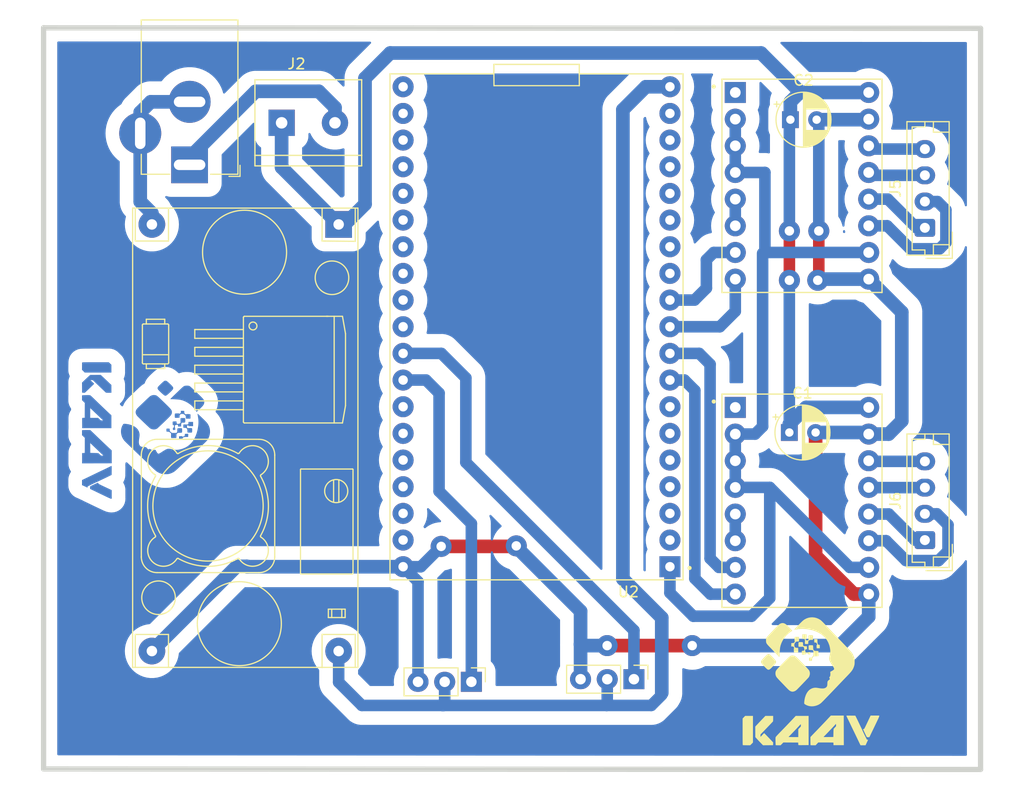
<source format=kicad_pcb>
(kicad_pcb (version 20211014) (generator pcbnew)
  (layers (0 "F.Cu" signal) (31 "B.Cu" signal) (34 "B.Paste" user) (35 "F.Paste" user) (36 "B.SilkS" user "B.Silkscreen") (37 "F.SilkS" user "F.Silkscreen") (38 "B.Mask" user) (39 "F.Mask" user) (44 "Edge.Cuts" user))
  (net 0 "")
  (net 1 "+12V")
  (net 2 "GND")
  (net 3 "Net-(J1-Pad1)")
  (net 4 "D18")
  (net 5 "+5V")
  (net 6 "D19")
  (net 7 "Net-(J5-Pad1)")
  (net 8 "Net-(J5-Pad2)")
  (net 9 "Net-(J5-Pad3)")
  (net 10 "Net-(J5-Pad4)")
  (net 11 "Net-(J6-Pad1)")
  (net 12 "Net-(J6-Pad2)")
  (net 13 "Net-(J6-Pad3)")
  (net 14 "Net-(J6-Pad4)")
  (net 15 "+3V3")
  (net 29 "D25")
  (net 30 "D26")
  (net 31 "D27")
  (net 36 "Net-(U3-Pad5)")
  (net 38 "Net-(U4-Pad5)")
  (net 40 "D33")
  (net 41 "Net-(J1-Pad2)")
  (footprint "Driver_Stepper:MODULE_A4988_STEPPER_MOTOR_DRIVER_CARRIER" (layer "F.Cu") (at 140 114)
    (fp_text reference "U4" hide)
    (fp_text value "A4988")
  )
  (footprint "ESP32-DEVKIT-38PIN:MODULE_ESP32-DEVKITC" (layer "F.Cu") (at 114.7275 97.435 180)
    (fp_text reference "U2")
    (fp_text value "ESP32-DEVKITC")
  )
  (footprint "LM2596:StepDown_LM2596" (layer "F.Cu") (at 95.89 87.68 -90)
    (fp_text reference "U1" hide)
    (fp_text value "LM2596_StepDown")
  )
  (footprint "LOGO_KAV.id:LOGO_KAV2" (layer "F.Cu") (at 77.85 107.2 -90)
    (fp_text reference "G***" hide)
    (fp_text value "LOGO" hide)
  )
  (footprint "Connector_JST:JST_EH_B4B-EH-A_1x04_P2.50mm_Vertical" (layer "F.Cu") (at 151.7 117.75 90)
    (fp_text reference "J6")
    (fp_text value "Stepper B")
  )
  (footprint "Capacitor_THT:CP_Radial_D5.0mm_P2.50mm" (layer "F.Cu") (at 138.894888 77.7)
    (fp_text reference "C2")
    (fp_text value "C" hide)
  )
  (footprint "Connector_PinHeader_2.54mm:PinHeader_1x03_P2.54mm_Vertical" (layer "F.Cu") (at 108.525 131.25 -90)
    (fp_text reference "J4" hide)
    (fp_text value "Servo B")
  )
  (footprint "Driver_Stepper:MODULE_A4988_STEPPER_MOTOR_DRIVER_CARRIER" (layer "F.Cu") (at 140 84)
    (fp_text reference "U3" hide)
    (fp_text value "A4988")
  )
  (footprint "LOGO_KAV.id:LOGO_KAV" (layer "F.Cu") (at 140.740585 130.900946)
    (fp_text reference "G***" hide)
    (fp_text value "LOGO" hide)
  )
  (footprint "Connector_TerminalBloks:TE_282837-2" (layer "F.Cu") (at 93 78)
    (fp_text reference "J2")
    (fp_text value "Switch")
  )
  (footprint "Connector_PinHeader_2.54mm:PinHeader_1x03_P2.54mm_Vertical" (layer "F.Cu") (at 124 131 -90)
    (fp_text reference "J3" hide)
    (fp_text value "Servo A")
  )
  (footprint "Capacitor_THT:CP_Radial_D5.0mm_P2.50mm" (layer "F.Cu") (at 138.794888 107.5)
    (fp_text reference "C1")
    (fp_text value "C" hide)
  )
  (footprint "Connector_JST:JST_EH_B4B-EH-A_1x04_P2.50mm_Vertical" (layer "F.Cu") (at 151.7 88 90)
    (fp_text reference "J5")
    (fp_text value "Stepper A")
  )
  (footprint "Connector_BarrelJack:BarrelJack_Horizontal" (layer "F.Cu") (at 81.7 82 -90)
    (fp_text reference "J1" hide)
    (fp_text value "Power")
  )
  (gr_line (start 157 139.6) (end 67.8 139.55) (layer "Edge.Cuts") (width 0.5))
  (gr_line (start 67.8 68.95) (end 157 69) (layer "Edge.Cuts") (width 0.5))
  (gr_line (start 67.8 139.55) (end 67.8 68.95) (layer "Edge.Cuts") (width 0.5))
  (gr_line (start 157 69) (end 157 139.6) (layer "Edge.Cuts") (width 0.5))
  (segment (start 138.8 88.3) (end 138.8 93) (width 1.1) (layer "F.Cu") (net 1))
  (via (at 138.8 93) (size 2) (drill 0.9) (layers "F.Cu" "B.Cu") (net 1))
  (via (at 138.8 88.3) (size 2) (drill 0.9) (layers "F.Cu" "B.Cu") (net 1))
  (segment (start 138.794888 106.705112) (end 140.39 105.11) (width 1.3) (layer "B.Cu") (net 1))
  (segment (start 98.4 85.75) (end 98.4 73.75) (width 1.3) (layer "B.Cu") (net 1))
  (segment (start 98.4 73.75) (end 100.8 71.35) (width 1.3) (layer "B.Cu") (net 1))
  (segment (start 138.8 88.3) (end 138.8 77.794888) (width 1.1) (layer "B.Cu") (net 1))
  (segment (start 95.89 87.68) (end 96.47 87.68) (width 1.3) (layer "B.Cu") (net 1))
  (segment (start 138.8 77.794888) (end 138.894888 77.7) (width 1.1) (layer "B.Cu") (net 1))
  (segment (start 90.46 78) (end 90.46 82.25) (width 1.3) (layer "B.Cu") (net 1))
  (segment (start 138.894888 77.7) (end 138.894888 76.005112) (width 1.3) (layer "B.Cu") (net 1))
  (segment (start 136.1 71.35) (end 139.8 75.05) (width 1.3) (layer "B.Cu") (net 1))
  (segment (start 138.8 93) (end 138.794888 93.005112) (width 1.1) (layer "B.Cu") (net 1))
  (segment (start 139.81 75.11) (end 140.19 75.11) (width 1.3) (layer "B.Cu") (net 1))
  (segment (start 138.794888 93.005112) (end 138.794888 107.5) (width 1.1) (layer "B.Cu") (net 1))
  (segment (start 139.8 75.05) (end 139.8 75.1) (width 1.3) (layer "B.Cu") (net 1))
  (segment (start 90.46 82.25) (end 95.89 87.68) (width 1.3) (layer "B.Cu") (net 1))
  (segment (start 100.8 71.35) (end 136.1 71.35) (width 1.3) (layer "B.Cu") (net 1))
  (segment (start 96.47 87.68) (end 98.4 85.75) (width 1.3) (layer "B.Cu") (net 1))
  (segment (start 139.8 75.1) (end 139.81 75.11) (width 1.3) (layer "B.Cu") (net 1))
  (segment (start 138.894888 76.005112) (end 139.8 75.1) (width 1.3) (layer "B.Cu") (net 1))
  (segment (start 140.19 75.11) (end 146.35 75.11) (width 1.3) (layer "B.Cu") (net 1))
  (segment (start 138.794888 107.5) (end 138.794888 106.705112) (width 1.3) (layer "B.Cu") (net 1))
  (segment (start 140.39 105.11) (end 146.35 105.11) (width 1.3) (layer "B.Cu") (net 1))
  (segment (start 112.8 118.3) (end 112.75 118.35) (width 1.3) (layer "F.Cu") (net 2))
  (segment (start 144.935787 122.89) (end 141.294888 119.249101) (width 1.3) (layer "F.Cu") (net 2))
  (segment (start 141.6 92.9) (end 141.5 93) (width 1.1) (layer "F.Cu") (net 2))
  (segment (start 146.35 122.89) (end 144.935787 122.89) (width 1.3) (layer "F.Cu") (net 2))
  (segment (start 141.294888 119.249101) (end 141.294888 107.5) (width 1.3) (layer "F.Cu") (net 2))
  (segment (start 121.45 127.8) (end 129.55 127.8) (width 1.3) (layer "F.Cu") (net 2))
  (segment (start 112.75 118.35) (end 105.65 118.35) (width 1.3) (layer "F.Cu") (net 2))
  (segment (start 141.6 88.3) (end 141.6 92.9) (width 1.1) (layer "F.Cu") (net 2))
  (via (at 141.6 88.3) (size 2) (drill 0.9) (layers "F.Cu" "B.Cu") (net 2))
  (via (at 129.55 127.8) (size 2) (drill 0.9) (layers "F.Cu" "B.Cu") (net 2))
  (via (at 141.5 93) (size 2) (drill 0.9) (layers "F.Cu" "B.Cu") (net 2))
  (via (at 121.45 127.8) (size 2) (drill 0.9) (layers "F.Cu" "B.Cu") (net 2))
  (via (at 112.8 118.3) (size 2) (drill 0.9) (layers "F.Cu" "B.Cu") (net 2))
  (via (at 105.65 118.35) (size 2) (drill 0.9) (layers "F.Cu" "B.Cu") (net 2))
  (segment (start 103.715 120.285) (end 105.65 118.35) (width 1.1) (layer "B.Cu") (net 2))
  (segment (start 118.92 127.68) (end 118.92 131) (width 1.3) (layer "B.Cu") (net 2))
  (segment (start 141.6 88.3) (end 141.6 77.905112) (width 1.1) (layer "B.Cu") (net 2))
  (segment (start 146.3 77.7) (end 146.35 77.65) (width 1.3) (layer "B.Cu") (net 2))
  (segment (start 141.6 77.905112) (end 141.394888 77.7) (width 1.1) (layer "B.Cu") (net 2))
  (segment (start 118.92 124.52) (end 118.92 127.68) (width 1.3) (layer "B.Cu") (net 2))
  (segment (start 141.61 92.89) (end 141.5 93) (width 1.3) (layer "B.Cu") (net 2))
  (segment (start 103.445 131.25) (end 103.445 121.7025) (width 1.1) (layer "B.Cu") (net 2))
  (segment (start 146.35 125.05) (end 146.35 122.89) (width 1.3) (layer "B.Cu") (net 2))
  (segment (start 112.8 118.4) (end 118.92 124.52) (width 1.3) (layer "B.Cu") (net 2))
  (segment (start 149.5 106.4) (end 149.5 96.04) (width 1.3) (layer "B.Cu") (net 2))
  (segment (start 149.5 96.04) (end 146.35 92.89) (width 1.3) (layer "B.Cu") (net 2))
  (segment (start 119.04 127.8) (end 118.92 127.68) (width 1.3) (layer "B.Cu") (net 2))
  (segment (start 87.185 120.285) (end 102.0275 120.285) (width 1.3) (layer "B.Cu") (net 2))
  (segment (start 141.294888 107.5) (end 146.2 107.5) (width 1.3) (layer "B.Cu") (net 2))
  (segment (start 146.35 92.89) (end 141.61 92.89) (width 1.3) (layer "B.Cu") (net 2))
  (segment (start 143.6 127.8) (end 146.35 125.05) (width 1.3) (layer "B.Cu") (net 2))
  (segment (start 146.35 107.65) (end 148.25 107.65) (width 1.3) (layer "B.Cu") (net 2))
  (segment (start 141.394888 77.7) (end 146.3 77.7) (width 1.3) (layer "B.Cu") (net 2))
  (segment (start 112.8 118.3) (end 112.8 118.4) (width 1.3) (layer "B.Cu") (net 2))
  (segment (start 129.55 127.8) (end 143.6 127.8) (width 1.3) (layer "B.Cu") (net 2))
  (segment (start 148.25 107.65) (end 149.5 106.4) (width 1.3) (layer "B.Cu") (net 2))
  (segment (start 146.2 107.5) (end 146.35 107.65) (width 1.3) (layer "B.Cu") (net 2))
  (segment (start 103.445 121.7025) (end 102.0275 120.285) (width 1.1) (layer "B.Cu") (net 2))
  (segment (start 86.18 120.25) (end 87.15 120.25) (width 1.3) (layer "B.Cu") (net 2))
  (segment (start 121.45 127.8) (end 119.04 127.8) (width 1.3) (layer "B.Cu") (net 2))
  (segment (start 87.15 120.25) (end 87.185 120.285) (width 1.3) (layer "B.Cu") (net 2))
  (segment (start 78.11 128.32) (end 86.18 120.25) (width 1.3) (layer "B.Cu") (net 2))
  (segment (start 102.0275 120.285) (end 103.715 120.285) (width 1.1) (layer "B.Cu") (net 2))
  (segment (start 95.54 76.54) (end 95.54 78) (width 1.3) (layer "B.Cu") (net 3))
  (segment (start 81.7 81.3) (end 88 75) (width 1.3) (layer "B.Cu") (net 3))
  (segment (start 94 75) (end 95.54 76.54) (width 1.3) (layer "B.Cu") (net 3))
  (segment (start 88 75) (end 94 75) (width 1.3) (layer "B.Cu") (net 3))
  (segment (start 81.7 82) (end 81.7 81.3) (width 1.3) (layer "B.Cu") (net 3))
  (segment (start 124 131) (end 124 126.35) (width 1.1) (layer "B.Cu") (net 4))
  (segment (start 105.665 99.965) (end 102.0275 99.965) (width 1.1) (layer "B.Cu") (net 4))
  (segment (start 124 126.35) (end 108 110.35) (width 1.1) (layer "B.Cu") (net 4))
  (segment (start 108 102.3) (end 105.665 99.965) (width 1.1) (layer "B.Cu") (net 4))
  (segment (start 108 110.35) (end 108 102.3) (width 1.1) (layer "B.Cu") (net 4))
  (segment (start 122.95 121.45) (end 122.95 76.75) (width 1.3) (layer "B.Cu") (net 5))
  (segment (start 105.9 133.5) (end 105.985 133.415) (width 1.1) (layer "B.Cu") (net 5))
  (segment (start 105.985 133.415) (end 105.985 131.25) (width 1.1) (layer "B.Cu") (net 5))
  (segment (start 122.95 76.75) (end 125.135 74.565) (width 1.3) (layer "B.Cu") (net 5))
  (segment (start 105.75 133.5) (end 121.4 133.5) (width 1.1) (layer "B.Cu") (net 5))
  (segment (start 105.985 133.165) (end 105.7 133.45) (width 1.1) (layer "B.Cu") (net 5))
  (segment (start 121.46 133.44) (end 121.4 133.5) (width 1.1) (layer "B.Cu") (net 5))
  (segment (start 126.65 132.3) (end 126.65 125.15) (width 1.3) (layer "B.Cu") (net 5))
  (segment (start 95.89 128.32) (end 95.89 131.29) (width 1.1) (layer "B.Cu") (net 5))
  (segment (start 126.65 132.5) (end 125.65 133.5) (width 1.1) (layer "B.Cu") (net 5))
  (segment (start 125.65 133.5) (end 121.4 133.5) (width 1.1) (layer "B.Cu") (net 5))
  (segment (start 126.65 125.15) (end 122.95 121.45) (width 1.3) (layer "B.Cu") (net 5))
  (segment (start 121.46 131) (end 121.46 133.44) (width 1.1) (layer "B.Cu") (net 5))
  (segment (start 98.1 133.5) (end 105.9 133.5) (width 1.1) (layer "B.Cu") (net 5))
  (segment (start 105.7 133.45) (end 105.75 133.5) (width 1.1) (layer "B.Cu") (net 5))
  (segment (start 125.135 74.565) (end 127.4275 74.565) (width 1.3) (layer "B.Cu") (net 5))
  (segment (start 95.89 131.29) (end 98.1 133.5) (width 1.1) (layer "B.Cu") (net 5))
  (segment (start 105.985 131.25) (end 105.985 133.165) (width 1.1) (layer "B.Cu") (net 5))
  (segment (start 104.205 102.505) (end 102.0275 102.505) (width 1.1) (layer "B.Cu") (net 6))
  (segment (start 105.45 103.75) (end 104.205 102.505) (width 1.1) (layer "B.Cu") (net 6))
  (segment (start 105.45 113.1) (end 105.45 103.75) (width 1.1) (layer "B.Cu") (net 6))
  (segment (start 108.525 116.175) (end 105.45 113.1) (width 1.1) (layer "B.Cu") (net 6))
  (segment (start 108.525 131.25) (end 108.525 116.175) (width 1.1) (layer "B.Cu") (net 6))
  (segment (start 148.17 85.27) (end 146.35 85.27) (width 1.1) (layer "B.Cu") (net 7))
  (segment (start 150.9 88) (end 148.17 85.27) (width 1.1) (layer "B.Cu") (net 7))
  (segment (start 151.7 88) (end 150.9 88) (width 1.1) (layer "B.Cu") (net 7))
  (segment (start 148.11 87.81) (end 150.3 90) (width 1.1) (layer "B.Cu") (net 8))
  (segment (start 146.35 87.81) (end 148.11 87.81) (width 1.1) (layer "B.Cu") (net 8))
  (segment (start 153.7 89.4) (end 153.7 86.3) (width 1.1) (layer "B.Cu") (net 8))
  (segment (start 153.1 90) (end 153.7 89.4) (width 1.1) (layer "B.Cu") (net 8))
  (segment (start 152.9 85.5) (end 151.7 85.5) (width 1.1) (layer "B.Cu") (net 8))
  (segment (start 153.7 86.3) (end 152.9 85.5) (width 1.1) (layer "B.Cu") (net 8))
  (segment (start 150.3 90) (end 153.1 90) (width 1.1) (layer "B.Cu") (net 8))
  (segment (start 151.7 83) (end 146.62 83) (width 1.1) (layer "B.Cu") (net 9))
  (segment (start 146.62 83) (end 146.35 82.73) (width 1.1) (layer "B.Cu") (net 9))
  (segment (start 146.66 80.5) (end 146.35 80.19) (width 1.1) (layer "B.Cu") (net 10))
  (segment (start 151.7 80.5) (end 146.66 80.5) (width 1.1) (layer "B.Cu") (net 10))
  (segment (start 148.27 115.27) (end 146.35 115.27) (width 1.1) (layer "B.Cu") (net 11))
  (segment (start 150.75 117.75) (end 148.27 115.27) (width 1.1) (layer "B.Cu") (net 11))
  (segment (start 151.7 117.75) (end 150.75 117.75) (width 1.1) (layer "B.Cu") (net 11))
  (segment (start 146.35 117.81) (end 148.01 117.81) (width 1.1) (layer "B.Cu") (net 12))
  (segment (start 153 119.7) (end 153.9 118.8) (width 1.1) (layer "B.Cu") (net 12))
  (segment (start 152.85 115.25) (end 151.7 115.25) (width 1.1) (layer "B.Cu") (net 12))
  (segment (start 153.9 118.8) (end 153.9 116.3) (width 1.1) (layer "B.Cu") (net 12))
  (segment (start 153.9 116.3) (end 152.85 115.25) (width 1.1) (layer "B.Cu") (net 12))
  (segment (start 148.01 117.81) (end 149.9 119.7) (width 1.1) (layer "B.Cu") (net 12))
  (segment (start 149.9 119.7) (end 153 119.7) (width 1.1) (layer "B.Cu") (net 12))
  (segment (start 151.7 112.75) (end 146.37 112.75) (width 1.1) (layer "B.Cu") (net 13))
  (segment (start 146.37 112.75) (end 146.35 112.73) (width 1.1) (layer "B.Cu") (net 13))
  (segment (start 151.7 110.25) (end 146.41 110.25) (width 1.1) (layer "B.Cu") (net 14))
  (segment (start 146.41 110.25) (end 146.35 110.19) (width 1.1) (layer "B.Cu") (net 14))
  (segment (start 146.35 90.35) (end 136.55 90.35) (width 1.1) (layer "B.Cu") (net 15))
  (segment (start 133.65 107.65) (end 135.53 107.65) (width 1.1) (layer "B.Cu") (net 15))
  (segment (start 127.4275 122.7775) (end 129.65 125) (width 1.1) (layer "B.Cu") (net 15))
  (segment (start 129.65 125) (end 135.2 125) (width 1.1) (layer "B.Cu") (net 15))
  (segment (start 136.93 123.27) (end 136.93 112.73) (width 1.1) (layer "B.Cu") (net 15))
  (segment (start 133.65 107.65) (end 133.65 110.19) (width 1.1) (layer "B.Cu") (net 15))
  (segment (start 136.47 82.73) (end 133.65 82.73) (width 1.1) (layer "B.Cu") (net 15))
  (segment (start 133.65 82.73) (end 133.65 80.19) (width 1.1) (layer "B.Cu") (net 15))
  (segment (start 136.93 112.73) (end 133.65 112.73) (width 1.1) (layer "B.Cu") (net 15))
  (segment (start 144.55 120.35) (end 136.93 112.73) (width 1.1) (layer "B.Cu") (net 15))
  (segment (start 136.47 90.43) (end 136.47 82.73) (width 1.1) (layer "B.Cu") (net 15))
  (segment (start 146.35 120.35) (end 144.55 120.35) (width 1.1) (layer "B.Cu") (net 15))
  (segment (start 136.25 106.93) (end 136.25 90.43) (width 1.1) (layer "B.Cu") (net 15))
  (segment (start 133.65 77.65) (end 133.65 80.19) (width 1.1) (layer "B.Cu") (net 15))
  (segment (start 135.53 107.65) (end 136.25 106.93) (width 1.1) (layer "B.Cu") (net 15))
  (segment (start 136.55 90.35) (end 136.47 90.43) (width 1.1) (layer "B.Cu") (net 15))
  (segment (start 127.4275 120.285) (end 127.4275 122.7775) (width 1.1) (layer "B.Cu") (net 15))
  (segment (start 133.65 112.73) (end 133.65 110.19) (width 1.1) (layer "B.Cu") (net 15))
  (segment (start 135.2 125) (end 136.93 123.27) (width 1.1) (layer "B.Cu") (net 15))
  (segment (start 130.215 99.965) (end 127.4275 99.965) (width 1.1) (layer "B.Cu") (net 29))
  (segment (start 133.65 120.35) (end 132.1 120.35) (width 1.1) (layer "B.Cu") (net 29))
  (segment (start 132.1 120.35) (end 131.25 119.5) (width 1.1) (layer "B.Cu") (net 29))
  (segment (start 131.25 119.5) (end 131.25 101) (width 1.1) (layer "B.Cu") (net 29))
  (segment (start 131.25 101) (end 130.215 99.965) (width 1.1) (layer "B.Cu") (net 29))
  (segment (start 127.4275 97.425) (end 132.175 97.425) (width 1.1) (layer "B.Cu") (net 30))
  (segment (start 132.175 97.425) (end 133.65 95.95) (width 1.1) (layer "B.Cu") (net 30))
  (segment (start 133.65 95.95) (end 133.65 92.89) (width 1.1) (layer "B.Cu") (net 30))
  (segment (start 130.9 93.75) (end 130.9 91.05) (width 1.1) (layer "B.Cu") (net 31))
  (segment (start 130.9 91.05) (end 131.6 90.35) (width 1.1) (layer "B.Cu") (net 31))
  (segment (start 131.6 90.35) (end 133.65 90.35) (width 1.1) (layer "B.Cu") (net 31))
  (segment (start 129.765 94.885) (end 130.9 93.75) (width 1.1) (layer "B.Cu") (net 31))
  (segment (start 127.4275 94.885) (end 129.765 94.885) (width 1.1) (layer "B.Cu") (net 31))
  (segment (start 133.65 85.27) (end 133.65 87.81) (width 1.1) (layer "B.Cu") (net 36))
  (segment (start 133.65 115.27) (end 133.65 117.81) (width 1.1) (layer "B.Cu") (net 38))
  (segment (start 129.8 103.5) (end 129.8 121.411522) (width 1.1) (layer "B.Cu") (net 40))
  (segment (start 128.805 102.505) (end 129.8 103.5) (width 1.1) (layer "B.Cu") (net 40))
  (segment (start 129.8 121.411522) (end 131.288478 122.9) (width 1.1) (layer "B.Cu") (net 40))
  (segment (start 133.64 122.9) (end 133.65 122.89) (width 1.1) (layer "B.Cu") (net 40))
  (segment (start 127.4275 102.505) (end 128.805 102.505) (width 1.1) (layer "B.Cu") (net 40))
  (segment (start 131.288478 122.9) (end 133.64 122.9) (width 1.1) (layer "B.Cu") (net 40))
  (segment (start 77 79) (end 77 77) (width 1.3) (layer "B.Cu") (net 41))
  (segment (start 78 76) (end 81.7 76) (width 1.3) (layer "B.Cu") (net 41))
  (segment (start 78.11 86.61) (end 77 85.5) (width 1.3) (layer "B.Cu") (net 41))
  (segment (start 77 77) (end 78 76) (width 1.3) (layer "B.Cu") (net 41))
  (segment (start 78.11 87.68) (end 78.11 86.61) (width 1.3) (layer "B.Cu") (net 41))
  (segment (start 77 85.5) (end 77 79) (width 1.3) (layer "B.Cu") (net 41))
  (zone (net 0) (net_name "") (layer "B.Cu") (connect_pads (clearance 1.3)) (min_thickness 0.2) (fill yes (thermal_gap 0.508) (thermal_bridge_width 0.508))
    (polygon (pts (xy 161.15 143.3) (xy 63.65 143.3) (xy 63.65 66.3) (xy 161.15 66.3)))
  )
)
</source>
